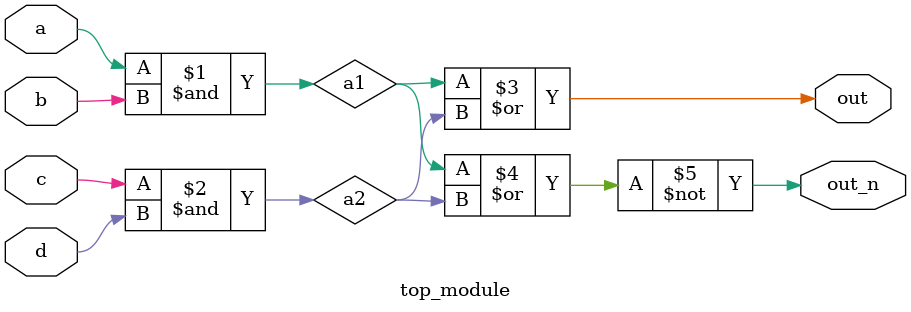
<source format=v>
module top_module(
    input a,
    input b,
    input c,
    input d,
    output out,
    output out_n   
);
    wire a1;
    wire a2;
    assign a1=a&b;
    assign a2=c&d;
    assign out=a1|a2;
    assign out_n=~(a1|a2);
endmodule
</source>
